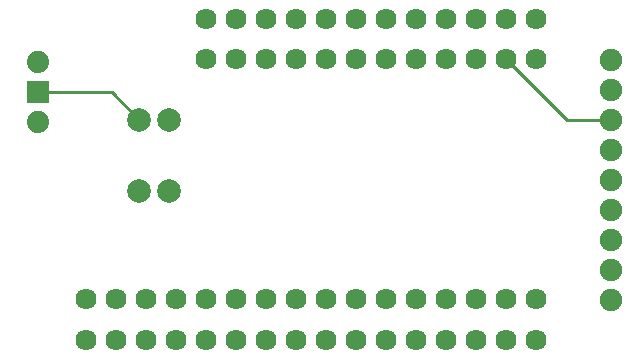
<source format=gtl>
G04 Layer: TopLayer*
G04 EasyEDA v6.4.29, 2022-01-17 15:18:18*
G04 f717e2ddec04441081c87138b9a9d0f6,57a4a698a74a44ef878f5d1479004e60,10*
G04 Gerber Generator version 0.2*
G04 Scale: 100 percent, Rotated: No, Reflected: No *
G04 Dimensions in inches *
G04 leading zeros omitted , absolute positions ,3 integer and 6 decimal *
%FSLAX36Y36*%
%MOIN*%

%ADD10C,0.0100*%
%ADD11C,0.0705*%
%ADD12C,0.0787*%
%ADD14C,0.0740*%
%ADD15C,0.0750*%

%LPD*%
D10*
X110000Y791350D02*
G01*
X355329Y791350D01*
X447500Y699180D01*
X2019989Y697699D02*
G01*
X1872299Y697699D01*
X1670000Y900000D01*
D11*
G01*
X670000Y900000D03*
G01*
X770000Y900000D03*
G01*
X870000Y900000D03*
G01*
X970000Y900000D03*
G01*
X1070000Y900000D03*
G01*
X1170000Y900000D03*
G01*
X1270000Y900000D03*
G01*
X1370000Y900000D03*
G01*
X1470000Y900000D03*
G01*
X1570000Y900000D03*
G01*
X1670000Y900000D03*
G01*
X1770000Y900000D03*
G01*
X1770000Y100000D03*
G01*
X1670000Y100000D03*
G01*
X1570000Y100000D03*
G01*
X1470000Y100000D03*
G01*
X1370000Y100000D03*
G01*
X1270000Y100000D03*
G01*
X1170000Y100000D03*
G01*
X1070000Y100000D03*
G01*
X970000Y100000D03*
G01*
X870000Y100000D03*
G01*
X770000Y100000D03*
G01*
X670000Y100000D03*
G01*
X570000Y100000D03*
G01*
X470000Y100000D03*
G01*
X370000Y100000D03*
G01*
X270000Y100000D03*
D12*
G01*
X545000Y460000D03*
G01*
X445000Y460000D03*
G36*
X146999Y828350D02*
G01*
X73000Y828350D01*
X73000Y754349D01*
X146999Y754349D01*
G37*
D14*
G01*
X110000Y891350D03*
G01*
X110000Y691350D03*
D11*
G01*
X670000Y1035000D03*
G01*
X770000Y1035000D03*
G01*
X870000Y1035000D03*
G01*
X970000Y1035000D03*
G01*
X1070000Y1035000D03*
G01*
X1170000Y1035000D03*
G01*
X1270000Y1035000D03*
G01*
X1370000Y1035000D03*
G01*
X1470000Y1035000D03*
G01*
X1570000Y1035000D03*
G01*
X1670000Y1035000D03*
G01*
X1770000Y1035000D03*
G01*
X270000Y-35000D03*
G01*
X370000Y-35000D03*
G01*
X470000Y-35000D03*
G01*
X570000Y-35000D03*
G01*
X670000Y-35000D03*
G01*
X770000Y-35000D03*
G01*
X870000Y-35000D03*
G01*
X970000Y-35000D03*
G01*
X1070000Y-35000D03*
G01*
X1170000Y-35000D03*
G01*
X1270000Y-35000D03*
G01*
X1370000Y-35000D03*
G01*
X1470000Y-35000D03*
G01*
X1570000Y-35000D03*
G01*
X1670000Y-35000D03*
G01*
X1770000Y-35000D03*
D12*
G01*
X547500Y699184D03*
G01*
X447500Y699184D03*
D15*
G01*
X2019993Y97696D03*
G01*
X2019993Y197696D03*
G01*
X2019993Y297696D03*
G01*
X2019993Y397696D03*
G01*
X2019993Y497696D03*
G01*
X2019993Y597696D03*
G01*
X2019993Y697696D03*
G01*
X2019993Y797696D03*
G01*
X2019993Y897696D03*
M02*

</source>
